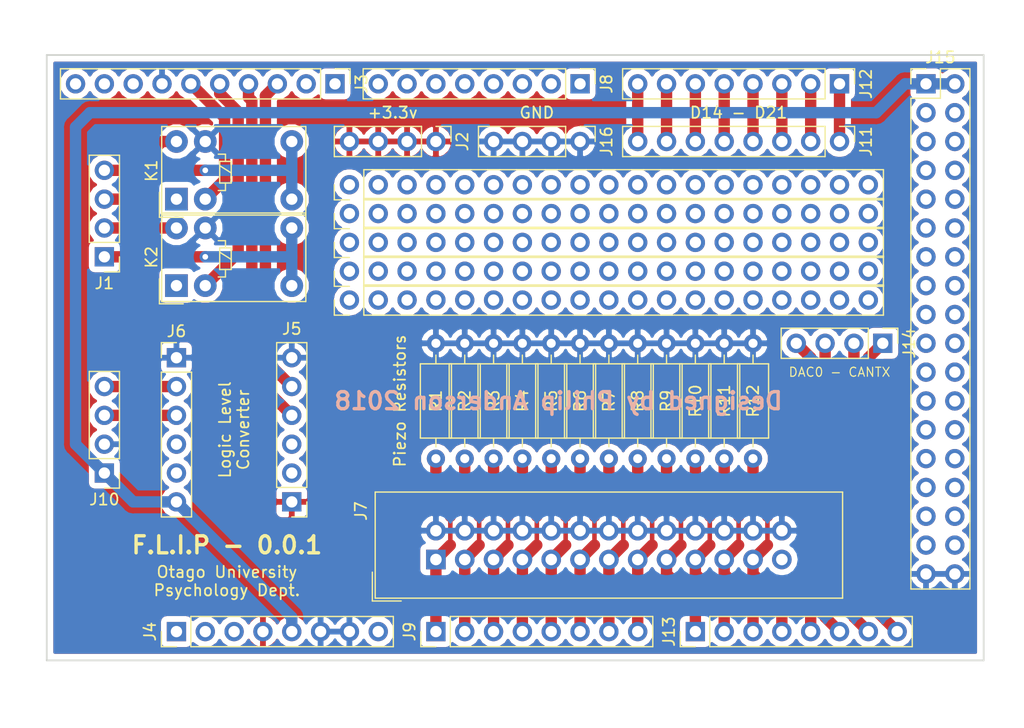
<source format=kicad_pcb>
(kicad_pcb (version 20171130) (host pcbnew 5.0.0-rc2-unknown-f785d27~65~ubuntu18.04.1)
  (layers (0 F.Cu signal) (31 B.Cu signal) (34 B.Paste user) (35 F.Paste user) (36 B.SilkS user) (37 F.SilkS user) (38 B.Mask user) (39 F.Mask user) (44 Edge.Cuts user))
  (net 0 "")
  (net 1 GND)
  (net 2 "Net-(J1-Pad1)")
  (net 3 "Net-(K2-Pad1)")
  (net 4 "Net-(K1-Pad1)")
  (net 5 +5V)
  (net 6 "Net-(J13-Pad5)")
  (net 7 "Net-(J13-Pad6)")
  (net 8 "Net-(J13-Pad7)")
  (net 9 "Net-(J13-Pad8)")
  (net 10 "Net-(J10-Pad4)")
  (net 11 "Net-(J10-Pad3)")
  (net 12 "Net-(J11-Pad1)")
  (net 13 "Net-(J11-Pad2)")
  (net 14 "Net-(J11-Pad3)")
  (net 15 "Net-(J11-Pad4)")
  (net 16 "Net-(J11-Pad5)")
  (net 17 "Net-(J11-Pad6)")
  (net 18 "Net-(J11-Pad7)")
  (net 19 "Net-(J11-Pad8)")
  (net 20 "Net-(J15-Pad3)")
  (net 21 +3V3)
  (net 22 "Net-(J15-Pad8)")
  (net 23 "Net-(J18-Pad5)")
  (net 24 "Net-(J18-Pad4)")
  (net 25 "Net-(J17-Pad2)")
  (net 26 "Net-(J17-Pad3)")
  (net 27 "Net-(J17-Pad4)")
  (net 28 "Net-(J17-Pad5)")
  (net 29 "Net-(J18-Pad3)")
  (net 30 "Net-(J18-Pad2)")
  (net 31 "Net-(J1-Pad3)")
  (net 32 "Net-(J7-Pad13)")
  (net 33 "Net-(J7-Pad11)")
  (net 34 "Net-(J7-Pad9)")
  (net 35 "Net-(J7-Pad7)")
  (net 36 "Net-(J7-Pad5)")
  (net 37 "Net-(J7-Pad3)")
  (net 38 "Net-(J7-Pad1)")
  (net 39 "Net-(J7-Pad15)")
  (net 40 "Net-(J13-Pad4)")
  (net 41 "Net-(J13-Pad3)")
  (net 42 "Net-(J13-Pad2)")
  (net 43 "Net-(J13-Pad1)")
  (net 44 "Net-(J3-Pad6)")
  (net 45 "Net-(J1-Pad4)")
  (net 46 "Net-(J1-Pad2)")
  (net 47 "Net-(J3-Pad5)")
  (net 48 "Net-(J17-Pad1)")
  (net 49 "Net-(J17-Pad6)")
  (net 50 "Net-(J17-Pad7)")
  (net 51 "Net-(J17-Pad8)")
  (net 52 "Net-(J17-Pad9)")
  (net 53 "Net-(J17-Pad10)")
  (net 54 "Net-(J17-Pad11)")
  (net 55 "Net-(J17-Pad12)")
  (net 56 "Net-(J17-Pad13)")
  (net 57 "Net-(J17-Pad14)")
  (net 58 "Net-(J17-Pad15)")
  (net 59 "Net-(J17-Pad16)")
  (net 60 "Net-(J17-Pad17)")
  (net 61 "Net-(J17-Pad18)")
  (net 62 "Net-(J17-Pad19)")
  (net 63 "Net-(J15-Pad34)")
  (net 64 "Net-(J15-Pad33)")
  (net 65 "Net-(J15-Pad32)")
  (net 66 "Net-(J15-Pad31)")
  (net 67 "Net-(J15-Pad30)")
  (net 68 "Net-(J15-Pad29)")
  (net 69 "Net-(J15-Pad28)")
  (net 70 "Net-(J15-Pad27)")
  (net 71 "Net-(J15-Pad26)")
  (net 72 "Net-(J15-Pad25)")
  (net 73 "Net-(J15-Pad24)")
  (net 74 "Net-(J15-Pad23)")
  (net 75 "Net-(J15-Pad22)")
  (net 76 "Net-(J15-Pad21)")
  (net 77 "Net-(J15-Pad20)")
  (net 78 "Net-(J15-Pad19)")
  (net 79 "Net-(J15-Pad18)")
  (net 80 "Net-(J15-Pad17)")
  (net 81 "Net-(J15-Pad16)")
  (net 82 "Net-(J15-Pad15)")
  (net 83 "Net-(J15-Pad14)")
  (net 84 "Net-(J15-Pad13)")
  (net 85 "Net-(J15-Pad12)")
  (net 86 "Net-(J15-Pad11)")
  (net 87 "Net-(J15-Pad10)")
  (net 88 "Net-(J15-Pad9)")
  (net 89 "Net-(J15-Pad7)")
  (net 90 "Net-(J15-Pad6)")
  (net 91 "Net-(J15-Pad5)")
  (net 92 "Net-(J15-Pad4)")
  (net 93 "Net-(J3-Pad1)")
  (net 94 "Net-(J3-Pad2)")
  (net 95 "Net-(J3-Pad3)")
  (net 96 "Net-(J3-Pad4)")
  (net 97 "Net-(J3-Pad8)")
  (net 98 "Net-(J3-Pad9)")
  (net 99 "Net-(J3-Pad10)")
  (net 100 "Net-(J8-Pad8)")
  (net 101 "Net-(J8-Pad7)")
  (net 102 "Net-(J8-Pad6)")
  (net 103 "Net-(J8-Pad5)")
  (net 104 "Net-(J8-Pad4)")
  (net 105 "Net-(J8-Pad3)")
  (net 106 "Net-(J8-Pad2)")
  (net 107 "Net-(J8-Pad1)")
  (net 108 "Net-(J4-Pad8)")
  (net 109 "Net-(J4-Pad3)")
  (net 110 "Net-(J4-Pad2)")
  (net 111 "Net-(J4-Pad1)")
  (net 112 "Net-(J6-Pad4)")
  (net 113 "Net-(J6-Pad5)")
  (net 114 "Net-(J5-Pad3)")
  (net 115 "Net-(J5-Pad2)")
  (net 116 "Net-(J7-Pad25)")
  (net 117 "Net-(J20-Pad1)")
  (net 118 "Net-(J20-Pad2)")
  (net 119 "Net-(J20-Pad3)")
  (net 120 "Net-(J20-Pad4)")
  (net 121 "Net-(J20-Pad5)")
  (net 122 "Net-(J20-Pad6)")
  (net 123 "Net-(J20-Pad7)")
  (net 124 "Net-(J20-Pad8)")
  (net 125 "Net-(J20-Pad9)")
  (net 126 "Net-(J20-Pad10)")
  (net 127 "Net-(J20-Pad11)")
  (net 128 "Net-(J20-Pad12)")
  (net 129 "Net-(J20-Pad13)")
  (net 130 "Net-(J20-Pad14)")
  (net 131 "Net-(J20-Pad15)")
  (net 132 "Net-(J20-Pad16)")
  (net 133 "Net-(J20-Pad17)")
  (net 134 "Net-(J20-Pad18)")
  (net 135 "Net-(J20-Pad19)")
  (net 136 "Net-(J19-Pad19)")
  (net 137 "Net-(J19-Pad18)")
  (net 138 "Net-(J19-Pad17)")
  (net 139 "Net-(J19-Pad16)")
  (net 140 "Net-(J19-Pad15)")
  (net 141 "Net-(J19-Pad14)")
  (net 142 "Net-(J19-Pad13)")
  (net 143 "Net-(J19-Pad12)")
  (net 144 "Net-(J19-Pad11)")
  (net 145 "Net-(J19-Pad10)")
  (net 146 "Net-(J19-Pad9)")
  (net 147 "Net-(J19-Pad8)")
  (net 148 "Net-(J19-Pad7)")
  (net 149 "Net-(J19-Pad6)")
  (net 150 "Net-(J19-Pad5)")
  (net 151 "Net-(J19-Pad4)")
  (net 152 "Net-(J19-Pad3)")
  (net 153 "Net-(J19-Pad2)")
  (net 154 "Net-(J19-Pad1)")
  (net 155 "Net-(J18-Pad19)")
  (net 156 "Net-(J18-Pad18)")
  (net 157 "Net-(J18-Pad17)")
  (net 158 "Net-(J18-Pad16)")
  (net 159 "Net-(J18-Pad15)")
  (net 160 "Net-(J18-Pad14)")
  (net 161 "Net-(J18-Pad13)")
  (net 162 "Net-(J18-Pad12)")
  (net 163 "Net-(J18-Pad11)")
  (net 164 "Net-(J18-Pad10)")
  (net 165 "Net-(J18-Pad9)")
  (net 166 "Net-(J18-Pad8)")
  (net 167 "Net-(J18-Pad7)")
  (net 168 "Net-(J18-Pad6)")
  (net 169 "Net-(J18-Pad1)")
  (net 170 "Net-(J21-Pad1)")
  (net 171 "Net-(J21-Pad2)")
  (net 172 "Net-(J21-Pad3)")
  (net 173 "Net-(J21-Pad4)")
  (net 174 "Net-(J21-Pad5)")
  (net 175 "Net-(J21-Pad6)")
  (net 176 "Net-(J21-Pad7)")
  (net 177 "Net-(J21-Pad8)")
  (net 178 "Net-(J21-Pad9)")
  (net 179 "Net-(J21-Pad10)")
  (net 180 "Net-(J21-Pad11)")
  (net 181 "Net-(J21-Pad12)")
  (net 182 "Net-(J21-Pad13)")
  (net 183 "Net-(J21-Pad14)")
  (net 184 "Net-(J21-Pad15)")
  (net 185 "Net-(J21-Pad16)")
  (net 186 "Net-(J21-Pad17)")
  (net 187 "Net-(J21-Pad18)")
  (net 188 "Net-(J21-Pad19)")
  (module Connector_PinHeader_2.54mm:PinHeader_1x19_P2.54mm_Vertical (layer F.Cu) (at 104.14 45.72 90)
    (fp_text reference J21 hide)
    (fp_text value proto)
    (pad 1 thru_hole oval (at 0 0 90) (size 1.7 1.7) (drill 1) (layers *.Cu *.Mask) (net 170 "Net-(J21-Pad1)"))
    (pad 2 thru_hole oval (at 0 2.54 90) (size 1.7 1.7) (drill 1) (layers *.Cu *.Mask) (net 171 "Net-(J21-Pad2)"))
    (pad 3 thru_hole oval (at 0 5.08 90) (size 1.7 1.7) (drill 1) (layers *.Cu *.Mask) (net 172 "Net-(J21-Pad3)"))
    (pad 4 thru_hole oval (at 0 7.62 90) (size 1.7 1.7) (drill 1) (layers *.Cu *.Mask) (net 173 "Net-(J21-Pad4)"))
    (pad 5 thru_hole oval (at 0 10.16 90) (size 1.7 1.7) (drill 1) (layers *.Cu *.Mask) (net 174 "Net-(J21-Pad5)"))
    (pad 6 thru_hole oval (at 0 12.7 90) (size 1.7 1.7) (drill 1) (layers *.Cu *.Mask) (net 175 "Net-(J21-Pad6)"))
    (pad 7 thru_hole oval (at 0 15.24 90) (size 1.7 1.7) (drill 1) (layers *.Cu *.Mask) (net 176 "Net-(J21-Pad7)"))
    (pad 8 thru_hole oval (at 0 17.78 90) (size 1.7 1.7) (drill 1) (layers *.Cu *.Mask) (net 177 "Net-(J21-Pad8)"))
    (pad 9 thru_hole oval (at 0 20.32 90) (size 1.7 1.7) (drill 1) (layers *.Cu *.Mask) (net 178 "Net-(J21-Pad9)"))
    (pad 10 thru_hole oval (at 0 22.86 90) (size 1.7 1.7) (drill 1) (layers *.Cu *.Mask) (net 179 "Net-(J21-Pad10)"))
    (pad 11 thru_hole oval (at 0 25.4 90) (size 1.7 1.7) (drill 1) (layers *.Cu *.Mask) (net 180 "Net-(J21-Pad11)"))
    (pad 12 thru_hole oval (at 0 27.94 90) (size 1.7 1.7) (drill 1) (layers *.Cu *.Mask) (net 181 "Net-(J21-Pad12)"))
    (pad 13 thru_hole oval (at 0 30.48 90) (size 1.7 1.7) (drill 1) (layers *.Cu *.Mask) (net 182 "Net-(J21-Pad13)"))
    (pad 14 thru_hole oval (at 0 33.02 90) (size 1.7 1.7) (drill 1) (layers *.Cu *.Mask) (net 183 "Net-(J21-Pad14)"))
    (pad 15 thru_hole oval (at 0 35.56 90) (size 1.7 1.7) (drill 1) (layers *.Cu *.Mask) (net 184 "Net-(J21-Pad15)"))
    (pad 16 thru_hole oval (at 0 38.1 90) (size 1.7 1.7) (drill 1) (layers *.Cu *.Mask) (net 185 "Net-(J21-Pad16)"))
    (pad 17 thru_hole oval (at 0 40.64 90) (size 1.7 1.7) (drill 1) (layers *.Cu *.Mask) (net 186 "Net-(J21-Pad17)"))
    (pad 18 thru_hole oval (at 0 43.18 90) (size 1.7 1.7) (drill 1) (layers *.Cu *.Mask) (net 187 "Net-(J21-Pad18)"))
    (pad 19 thru_hole oval (at 0 45.72 90) (size 1.7 1.7) (drill 1) (layers *.Cu *.Mask) (net 188 "Net-(J21-Pad19)"))
  )
  (module Connector_PinHeader_2.54mm:PinHeader_1x19_P2.54mm_Vertical (layer F.Cu) (at 104.14 48.26 90)
    (fp_text reference J18 hide)
    (fp_text value proto)
    (pad 19 thru_hole oval (at 0 45.72 90) (size 1.7 1.7) (drill 1) (layers *.Cu *.Mask) (net 155 "Net-(J18-Pad19)"))
    (pad 18 thru_hole oval (at 0 43.18 90) (size 1.7 1.7) (drill 1) (layers *.Cu *.Mask) (net 156 "Net-(J18-Pad18)"))
    (pad 17 thru_hole oval (at 0 40.64 90) (size 1.7 1.7) (drill 1) (layers *.Cu *.Mask) (net 157 "Net-(J18-Pad17)"))
    (pad 16 thru_hole oval (at 0 38.1 90) (size 1.7 1.7) (drill 1) (layers *.Cu *.Mask) (net 158 "Net-(J18-Pad16)"))
    (pad 15 thru_hole oval (at 0 35.56 90) (size 1.7 1.7) (drill 1) (layers *.Cu *.Mask) (net 159 "Net-(J18-Pad15)"))
    (pad 14 thru_hole oval (at 0 33.02 90) (size 1.7 1.7) (drill 1) (layers *.Cu *.Mask) (net 160 "Net-(J18-Pad14)"))
    (pad 13 thru_hole oval (at 0 30.48 90) (size 1.7 1.7) (drill 1) (layers *.Cu *.Mask) (net 161 "Net-(J18-Pad13)"))
    (pad 12 thru_hole oval (at 0 27.94 90) (size 1.7 1.7) (drill 1) (layers *.Cu *.Mask) (net 162 "Net-(J18-Pad12)"))
    (pad 11 thru_hole oval (at 0 25.4 90) (size 1.7 1.7) (drill 1) (layers *.Cu *.Mask) (net 163 "Net-(J18-Pad11)"))
    (pad 10 thru_hole oval (at 0 22.86 90) (size 1.7 1.7) (drill 1) (layers *.Cu *.Mask) (net 164 "Net-(J18-Pad10)"))
    (pad 9 thru_hole oval (at 0 20.32 90) (size 1.7 1.7) (drill 1) (layers *.Cu *.Mask) (net 165 "Net-(J18-Pad9)"))
    (pad 8 thru_hole oval (at 0 17.78 90) (size 1.7 1.7) (drill 1) (layers *.Cu *.Mask) (net 166 "Net-(J18-Pad8)"))
    (pad 7 thru_hole oval (at 0 15.24 90) (size 1.7 1.7) (drill 1) (layers *.Cu *.Mask) (net 167 "Net-(J18-Pad7)"))
    (pad 6 thru_hole oval (at 0 12.7 90) (size 1.7 1.7) (drill 1) (layers *.Cu *.Mask) (net 168 "Net-(J18-Pad6)"))
    (pad 5 thru_hole oval (at 0 10.16 90) (size 1.7 1.7) (drill 1) (layers *.Cu *.Mask) (net 23 "Net-(J18-Pad5)"))
    (pad 4 thru_hole oval (at 0 7.62 90) (size 1.7 1.7) (drill 1) (layers *.Cu *.Mask) (net 24 "Net-(J18-Pad4)"))
    (pad 3 thru_hole oval (at 0 5.08 90) (size 1.7 1.7) (drill 1) (layers *.Cu *.Mask) (net 29 "Net-(J18-Pad3)"))
    (pad 2 thru_hole oval (at 0 2.54 90) (size 1.7 1.7) (drill 1) (layers *.Cu *.Mask) (net 30 "Net-(J18-Pad2)"))
    (pad 1 thru_hole oval (at 0 0 90) (size 1.7 1.7) (drill 1) (layers *.Cu *.Mask) (net 169 "Net-(J18-Pad1)"))
  )
  (module Connector_PinHeader_2.54mm:PinHeader_1x19_P2.54mm_Vertical (layer F.Cu) (at 104.14 50.8 90)
    (fp_text reference J17 hide)
    (fp_text value proto)
    (pad 1 thru_hole oval (at 0 0 90) (size 1.7 1.7) (drill 1) (layers *.Cu *.Mask) (net 48 "Net-(J17-Pad1)"))
    (pad 2 thru_hole oval (at 0 2.54 90) (size 1.7 1.7) (drill 1) (layers *.Cu *.Mask) (net 25 "Net-(J17-Pad2)"))
    (pad 3 thru_hole oval (at 0 5.08 90) (size 1.7 1.7) (drill 1) (layers *.Cu *.Mask) (net 26 "Net-(J17-Pad3)"))
    (pad 4 thru_hole oval (at 0 7.62 90) (size 1.7 1.7) (drill 1) (layers *.Cu *.Mask) (net 27 "Net-(J17-Pad4)"))
    (pad 5 thru_hole oval (at 0 10.16 90) (size 1.7 1.7) (drill 1) (layers *.Cu *.Mask) (net 28 "Net-(J17-Pad5)"))
    (pad 6 thru_hole oval (at 0 12.7 90) (size 1.7 1.7) (drill 1) (layers *.Cu *.Mask) (net 49 "Net-(J17-Pad6)"))
    (pad 7 thru_hole oval (at 0 15.24 90) (size 1.7 1.7) (drill 1) (layers *.Cu *.Mask) (net 50 "Net-(J17-Pad7)"))
    (pad 8 thru_hole oval (at 0 17.78 90) (size 1.7 1.7) (drill 1) (layers *.Cu *.Mask) (net 51 "Net-(J17-Pad8)"))
    (pad 9 thru_hole oval (at 0 20.32 90) (size 1.7 1.7) (drill 1) (layers *.Cu *.Mask) (net 52 "Net-(J17-Pad9)"))
    (pad 10 thru_hole oval (at 0 22.86 90) (size 1.7 1.7) (drill 1) (layers *.Cu *.Mask) (net 53 "Net-(J17-Pad10)"))
    (pad 11 thru_hole oval (at 0 25.4 90) (size 1.7 1.7) (drill 1) (layers *.Cu *.Mask) (net 54 "Net-(J17-Pad11)"))
    (pad 12 thru_hole oval (at 0 27.94 90) (size 1.7 1.7) (drill 1) (layers *.Cu *.Mask) (net 55 "Net-(J17-Pad12)"))
    (pad 13 thru_hole oval (at 0 30.48 90) (size 1.7 1.7) (drill 1) (layers *.Cu *.Mask) (net 56 "Net-(J17-Pad13)"))
    (pad 14 thru_hole oval (at 0 33.02 90) (size 1.7 1.7) (drill 1) (layers *.Cu *.Mask) (net 57 "Net-(J17-Pad14)"))
    (pad 15 thru_hole oval (at 0 35.56 90) (size 1.7 1.7) (drill 1) (layers *.Cu *.Mask) (net 58 "Net-(J17-Pad15)"))
    (pad 16 thru_hole oval (at 0 38.1 90) (size 1.7 1.7) (drill 1) (layers *.Cu *.Mask) (net 59 "Net-(J17-Pad16)"))
    (pad 17 thru_hole oval (at 0 40.64 90) (size 1.7 1.7) (drill 1) (layers *.Cu *.Mask) (net 60 "Net-(J17-Pad17)"))
    (pad 18 thru_hole oval (at 0 43.18 90) (size 1.7 1.7) (drill 1) (layers *.Cu *.Mask) (net 61 "Net-(J17-Pad18)"))
    (pad 19 thru_hole oval (at 0 45.72 90) (size 1.7 1.7) (drill 1) (layers *.Cu *.Mask) (net 62 "Net-(J17-Pad19)"))
  )
  (module Connector_PinHeader_2.54mm:PinHeader_1x19_P2.54mm_Vertical (layer F.Cu) (at 104.14 53.34 90)
    (fp_text reference J19 hide)
    (fp_text value proto)
    (pad 19 thru_hole oval (at 0 45.72 90) (size 1.7 1.7) (drill 1) (layers *.Cu *.Mask) (net 136 "Net-(J19-Pad19)"))
    (pad 18 thru_hole oval (at 0 43.18 90) (size 1.7 1.7) (drill 1) (layers *.Cu *.Mask) (net 137 "Net-(J19-Pad18)"))
    (pad 17 thru_hole oval (at 0 40.64 90) (size 1.7 1.7) (drill 1) (layers *.Cu *.Mask) (net 138 "Net-(J19-Pad17)"))
    (pad 16 thru_hole oval (at 0 38.1 90) (size 1.7 1.7) (drill 1) (layers *.Cu *.Mask) (net 139 "Net-(J19-Pad16)"))
    (pad 15 thru_hole oval (at 0 35.56 90) (size 1.7 1.7) (drill 1) (layers *.Cu *.Mask) (net 140 "Net-(J19-Pad15)"))
    (pad 14 thru_hole oval (at 0 33.02 90) (size 1.7 1.7) (drill 1) (layers *.Cu *.Mask) (net 141 "Net-(J19-Pad14)"))
    (pad 13 thru_hole oval (at 0 30.48 90) (size 1.7 1.7) (drill 1) (layers *.Cu *.Mask) (net 142 "Net-(J19-Pad13)"))
    (pad 12 thru_hole oval (at 0 27.94 90) (size 1.7 1.7) (drill 1) (layers *.Cu *.Mask) (net 143 "Net-(J19-Pad12)"))
    (pad 11 thru_hole oval (at 0 25.4 90) (size 1.7 1.7) (drill 1) (layers *.Cu *.Mask) (net 144 "Net-(J19-Pad11)"))
    (pad 10 thru_hole oval (at 0 22.86 90) (size 1.7 1.7) (drill 1) (layers *.Cu *.Mask) (net 145 "Net-(J19-Pad10)"))
    (pad 9 thru_hole oval (at 0 20.32 90) (size 1.7 1.7) (drill 1) (layers *.Cu *.Mask) (net 146 "Net-(J19-Pad9)"))
    (pad 8 thru_hole oval (at 0 17.78 90) (size 1.7 1.7) (drill 1) (layers *.Cu *.Mask) (net 147 "Net-(J19-Pad8)"))
    (pad 7 thru_hole oval (at 0 15.24 90) (size 1.7 1.7) (drill 1) (layers *.Cu *.Mask) (net 148 "Net-(J19-Pad7)"))
    (pad 6 thru_hole oval (at 0 12.7 90) (size 1.7 1.7) (drill 1) (layers *.Cu *.Mask) (net 149 "Net-(J19-Pad6)"))
    (pad 5 thru_hole oval (at 0 10.16 90) (size 1.7 1.7) (drill 1) (layers *.Cu *.Mask) (net 150 "Net-(J19-Pad5)"))
    (pad 4 thru_hole oval (at 0 7.62 90) (size 1.7 1.7) (drill 1) (layers *.Cu *.Mask) (net 151 "Net-(J19-Pad4)"))
    (pad 3 thru_hole oval (at 0 5.08 90) (size 1.7 1.7) (drill 1) (layers *.Cu *.Mask) (net 152 "Net-(J19-Pad3)"))
    (pad 2 thru_hole oval (at 0 2.54 90) (size 1.7 1.7) (drill 1) (layers *.Cu *.Mask) (net 153 "Net-(J19-Pad2)"))
    (pad 1 thru_hole oval (at 0 0 90) (size 1.7 1.7) (drill 1) (layers *.Cu *.Mask) (net 154 "Net-(J19-Pad1)"))
  )
  (module Connector_PinHeader_2.54mm:PinHeader_1x19_P2.54mm_Vertical (layer F.Cu) (at 104.14 55.88 90)
    (fp_text reference J20 hide)
    (fp_text value proto)
    (pad 1 thru_hole oval (at 0 0 90) (size 1.7 1.7) (drill 1) (layers *.Cu *.Mask) (net 117 "Net-(J20-Pad1)"))
    (pad 2 thru_hole oval (at 0 2.54 90) (size 1.7 1.7) (drill 1) (layers *.Cu *.Mask) (net 118 "Net-(J20-Pad2)"))
    (pad 3 thru_hole oval (at 0 5.08 90) (size 1.7 1.7) (drill 1) (layers *.Cu *.Mask) (net 119 "Net-(J20-Pad3)"))
    (pad 4 thru_hole oval (at 0 7.62 90) (size 1.7 1.7) (drill 1) (layers *.Cu *.Mask) (net 120 "Net-(J20-Pad4)"))
    (pad 5 thru_hole oval (at 0 10.16 90) (size 1.7 1.7) (drill 1) (layers *.Cu *.Mask) (net 121 "Net-(J20-Pad5)"))
    (pad 6 thru_hole oval (at 0 12.7 90) (size 1.7 1.7) (drill 1) (layers *.Cu *.Mask) (net 122 "Net-(J20-Pad6)"))
    (pad 7 thru_hole oval (at 0 15.24 90) (size 1.7 1.7) (drill 1) (layers *.Cu *.Mask) (net 123 "Net-(J20-Pad7)"))
    (pad 8 thru_hole oval (at 0 17.78 90) (size 1.7 1.7) (drill 1) (layers *.Cu *.Mask) (net 124 "Net-(J20-Pad8)"))
    (pad 9 thru_hole oval (at 0 20.32 90) (size 1.7 1.7) (drill 1) (layers *.Cu *.Mask) (net 125 "Net-(J20-Pad9)"))
    (pad 10 thru_hole oval (at 0 22.86 90) (size 1.7 1.7) (drill 1) (layers *.Cu *.Mask) (net 126 "Net-(J20-Pad10)"))
    (pad 11 thru_hole oval (at 0 25.4 90) (size 1.7 1.7) (drill 1) (layers *.Cu *.Mask) (net 127 "Net-(J20-Pad11)"))
    (pad 12 thru_hole oval (at 0 27.94 90) (size 1.7 1.7) (drill 1) (layers *.Cu *.Mask) (net 128 "Net-(J20-Pad12)"))
    (pad 13 thru_hole oval (at 0 30.48 90) (size 1.7 1.7) (drill 1) (layers *.Cu *.Mask) (net 129 "Net-(J20-Pad13)"))
    (pad 14 thru_hole oval (at 0 33.02 90) (size 1.7 1.7) (drill 1) (layers *.Cu *.Mask) (net 130 "Net-(J20-Pad14)"))
    (pad 15 thru_hole oval (at 0 35.56 90) (size 1.7 1.7) (drill 1) (layers *.Cu *.Mask) (net 131 "Net-(J20-Pad15)"))
    (pad 16 thru_hole oval (at 0 38.1 90) (size 1.7 1.7) (drill 1) (layers *.Cu *.Mask) (net 132 "Net-(J20-Pad16)"))
    (pad 17 thru_hole oval (at 0 40.64 90) (size 1.7 1.7) (drill 1) (layers *.Cu *.Mask) (net 133 "Net-(J20-Pad17)"))
    (pad 18 thru_hole oval (at 0 43.18 90) (size 1.7 1.7) (drill 1) (layers *.Cu *.Mask) (net 134 "Net-(J20-Pad18)"))
    (pad 19 thru_hole oval (at 0 45.72 90) (size 1.7 1.7) (drill 1) (layers *.Cu *.Mask) (net 135 "Net-(J20-Pad19)"))
  )
  (module Connector_IDC:IDC-Header_2x13_P2.54mm_Vertical (layer F.Cu) (at 111.76 78.74 90)
    (fp_text reference J7 (at 4.27 -6.604 90) (layer F.SilkS))
    (fp_text value connector_piezos)
    (pad 1 thru_hole rect (at 0 0 90) (size 1.7272 1.7272) (drill 1.016) (layers *.Cu *.Mask) (net 38 "Net-(J7-Pad1)"))
    (pad 2 thru_hole oval (at 2.54 0 90) (size 1.7272 1.7272) (drill 1.016) (layers *.Cu *.Mask) (net 1 GND))
    (pad 3 thru_hole oval (at 0 2.54 90) (size 1.7272 1.7272) (drill 1.016) (layers *.Cu *.Mask) (net 37 "Net-(J7-Pad3)"))
    (pad 4 thru_hole oval (at 2.54 2.54 90) (size 1.7272 1.7272) (drill 1.016) (layers *.Cu *.Mask) (net 1 GND))
    (pad 5 thru_hole oval (at 0 5.08 90) (size 1.7272 1.7272) (drill 1.016) (layers *.Cu *.Mask) (net 36 "Net-(J7-Pad5)"))
    (pad 6 thru_hole oval (at 2.54 5.08 90) (size 1.7272 1.7272) (drill 1.016) (layers *.Cu *.Mask) (net 1 GND))
    (pad 7 thru_hole oval (at 0 7.62 90) (size 1.7272 1.7272) (drill 1.016) (layers *.Cu *.Mask) (net 35 "Net-(J7-Pad7)"))
    (pad 8 thru_hole oval (at 2.54 7.62 90) (size 1.7272 1.7272) (drill 1.016) (layers *.Cu *.Mask) (net 1 GND))
    (pad 9 thru_hole oval (at 0 10.16 90) (size 1.7272 1.7272) (drill 1.016) (layers *.Cu *.Mask) (net 34 "Net-(J7-Pad9)"))
    (pad 10 thru_hole oval (at 2.54 10.16 90) (size 1.7272 1.7272) (drill 1.016) (layers *.Cu *.Mask) (net 1 GND))
    (pad 11 thru_hole oval (at 0 12.7 90) (size 1.7272 1.7272) (drill 1.016) (layers *.Cu *.Mask) (net 33 "Net-(J7-Pad11)"))
    (pad 12 thru_hole oval (at 2.54 12.7 90) (size 1.7272 1.7272) (drill 1.016) (layers *.Cu *.Mask) (net 1 GND))
    (pad 13 thru_hole oval (at 0 15.24 90) (size 1.7272 1.7272) (drill 1.016) (layers *.Cu *.Mask) (net 32 "Net-(J7-Pad13)"))
    (pad 14 thru_hole oval (at 2.54 15.24 90) (size 1.7272 1.7272) (drill 1.016) (layers *.Cu *.Mask) (net 1 GND))
    (pad 15 thru_hole oval (at 0 17.78 90) (size 1.7272 1.7272) (drill 1.016) (layers *.Cu *.Mask) (net 39 "Net-(J7-Pad15)"))
    (pad 16 thru_hole oval (at 2.54 17.78 90) (size 1.7272 1.7272) (drill 1.016) (layers *.Cu *.Mask) (net 1 GND))
    (pad 17 thru_hole oval (at 0 20.32 90) (size 1.7272 1.7272) (drill 1.016) (layers *.Cu *.Mask) (net 43 "Net-(J13-Pad1)"))
    (pad 18 thru_hole oval (at 2.54 20.32 90) (size 1.7272 1.7272) (drill 1.016) (layers *.Cu *.Mask) (net 1 GND))
    (pad 19 thru_hole oval (at 0 22.86 90) (size 1.7272 1.7272) (drill 1.016) (layers *.Cu *.Mask) (net 42 "Net-(J13-Pad2)"))
    (pad 20 thru_hole oval (at 2.54 22.86 90) (size 1.7272 1.7272) (drill 1.016) (layers *.Cu *.Mask) (net 1 GND))
    (pad 21 thru_hole oval (at 0 25.4 90) (size 1.7272 1.7272) (drill 1.016) (layers *.Cu *.Mask) (net 41 "Net-(J13-Pad3)"))
    (pad 22 thru_hole oval (at 2.54 25.4 90) (size 1.7272 1.7272) (drill 1.016) (layers *.Cu *.Mask) (net 1 GND))
    (pad 23 thru_hole oval (at 0 27.94 90) (size 1.7272 1.7272) (drill 1.016) (layers *.Cu *.Mask) (net 40 "Net-(J13-Pad4)"))
    (pad 24 thru_hole oval (at 2.54 27.94 90) (size 1.7272 1.7272) (drill 1.016) (layers *.Cu *.Mask) (net 1 GND))
    (pad 25 thru_hole oval (at 0 30.48 90) (size 1.7272 1.7272) (drill 1.016) (layers *.Cu *.Mask) (net 116 "Net-(J7-Pad25)"))
    (pad 26 thru_hole oval (at 2.54 30.48 90) (size 1.7272 1.7272) (drill 1.016) (layers *.Cu *.Mask) (net 1 GND))
  )
  (module Connector_PinHeader_2.54mm:PinHeader_1x04_P2.54mm_Vertical (layer F.Cu) (at 111.76 41.91 270)
    (fp_text reference J2 (at 0 -2.33 270) (layer F.SilkS))
    (fp_text value connector_vcc_proto)
    (pad 4 thru_hole oval (at 0 7.62 270) (size 1.7 1.7) (drill 1) (layers *.Cu *.Mask) (net 21 +3V3))
    (pad 3 thru_hole oval (at 0 5.08 270) (size 1.7 1.7) (drill 1) (layers *.Cu *.Mask) (net 21 +3V3))
    (pad 2 thru_hole oval (at 0 2.54 270) (size 1.7 1.7) (drill 1) (layers *.Cu *.Mask) (net 21 +3V3))
    (pad 1 thru_hole oval (at 0 0 270) (size 1.7 1.7) (drill 1) (layers *.Cu *.Mask) (net 21 +3V3))
  )
  (module Connector_PinHeader_2.54mm:PinHeader_1x04_P2.54mm_Vertical (layer F.Cu) (at 82.55 71.12 180)
    (fp_text reference J10 (at 0 -2.33 180) (layer F.SilkS))
    (fp_text value connector_rfid_serial)
    (pad 1 thru_hole rect (at 0 0 180) (size 1.7 1.7) (drill 1) (layers *.Cu *.Mask) (net 5 +5V))
    (pad 2 thru_hole oval (at 0 2.54 180) (size 1.7 1.7) (drill 1) (layers *.Cu *.Mask) (net 1 GND))
    (pad 3 thru_hole oval (at 0 5.08 180) (size 1.7 1.7) (drill 1) (layers *.Cu *.Mask) (net 11 "Net-(J10-Pad3)"))
    (pad 4 thru_hole oval (at 0 7.62 180) (size 1.7 1.7) (drill 1) (layers *.Cu *.Mask) (net 10 "Net-(J10-Pad4)"))
  )
  (module Connector_PinHeader_2.54mm:PinHeader_1x04_P2.54mm_Vertical (layer F.Cu) (at 151.13 59.69 270)
    (fp_text reference J14 (at 0 -2.33 270) (layer F.SilkS))
    (fp_text value connector_analog_proto)
    (pad 4 thru_hole oval (at 0 7.62 270) (size 1.7 1.7) (drill 1) (layers *.Cu *.Mask) (net 6 "Net-(J13-Pad5)"))
    (pad 3 thru_hole oval (at 0 5.08 270) (size 1.7 1.7) (drill 1) (layers *.Cu *.Mask) (net 7 "Net-(J13-Pad6)"))
    (pad 2 thru_hole oval (at 0 2.54 270) (size 1.7 1.7) (drill 1) (layers *.Cu *.Mask) (net 8 "Net-(J13-Pad7)"))
    (pad 1 thru_hole rect (at 0 0 270) (size 1.7 1.7) (drill 1) (layers *.Cu *.Mask) (net 9 "Net-(J13-Pad8)"))
  )
  (module Connector_PinHeader_2.54mm:PinHeader_1x04_P2.54mm_Vertical (layer F.Cu) (at 82.55 52.07 180)
    (fp_text reference J1 (at 0 -2.33 180) (layer F.SilkS))
    (fp_text value connector_relay_buttons)
    (pad 1 thru_hole rect (at 0 0 180) (size 1.7 1.7) (drill 1) (layers *.Cu *.Mask) (net 2 "Net-(J1-Pad1)"))
    (pad 2 thru_hole oval (at 0 2.54 180) (size 1.7 1.7) (drill 1) (layers *.Cu *.Mask) (net 46 "Net-(J1-Pad2)"))
    (pad 3 thru_hole oval (at 0 5.08 180) (size 1.7 1.7) (drill 1) (layers *.Cu *.Mask) (net 31 "Net-(J1-Pad3)"))
    (pad 4 thru_hole oval (at 0 7.62 180) (size 1.7 1.7) (drill 1) (layers *.Cu *.Mask) (net 45 "Net-(J1-Pad4)"))
  )
  (module Connector_PinHeader_2.54mm:PinHeader_1x06_P2.54mm_Vertical (layer F.Cu) (at 99.06 73.66 180)
    (fp_text reference J5 (at 0 15.24 180) (layer F.SilkS))
    (fp_text value connector_level_converter_3v)
    (pad 6 thru_hole oval (at 0 12.7 180) (size 1.7 1.7) (drill 1) (layers *.Cu *.Mask) (net 1 GND))
    (pad 5 thru_hole oval (at 0 10.16 180) (size 1.7 1.7) (drill 1) (layers *.Cu *.Mask) (net 95 "Net-(J3-Pad3)"))
    (pad 4 thru_hole oval (at 0 7.62 180) (size 1.7 1.7) (drill 1) (layers *.Cu *.Mask) (net 96 "Net-(J3-Pad4)"))
    (pad 3 thru_hole oval (at 0 5.08 180) (size 1.7 1.7) (drill 1) (layers *.Cu *.Mask) (net 114 "Net-(J5-Pad3)"))
    (pad 2 thru_hole oval (at 0 2.54 180) (size 1.7 1.7) (drill 1) (layers *.Cu *.Mask) (net 115 "Net-(J5-Pad2)"))
    (pad 1 thru_hole rect (at 0 0 180) (size 1.7 1.7) (drill 1) (layers *.Cu *.Mask) (net 21 +3V3))
  )
  (module Connector_PinHeader_2.54mm:PinHeader_1x06_P2.54mm_Vertical (layer F.Cu) (at 88.9 60.96)
    (fp_text reference J6 (at 0 -2.33) (layer F.SilkS))
    (fp_text value connector_level_converter_5v)
    (pad 1 thru_hole rect (at 0 0) (size 1.7 1.7) (drill 1) (layers *.Cu *.Mask) (net 1 GND))
    (pad 2 thru_hole oval (at 0 2.54) (size 1.7 1.7) (drill 1) (layers *.Cu *.Mask) (net 10 "Net-(J10-Pad4)"))
    (pad 3 thru_hole oval (at 0 5.08) (size 1.7 1.7) (drill 1) (layers *.Cu *.Mask) (net 11 "Net-(J10-Pad3)"))
    (pad 4 thru_hole oval (at 0 7.62) (size 1.7 1.7) (drill 1) (layers *.Cu *.Mask) (net 112 "Net-(J6-Pad4)"))
    (pad 5 thru_hole oval (at 0 10.16) (size 1.7 1.7) (drill 1) (layers *.Cu *.Mask) (net 113 "Net-(J6-Pad5)"))
    (pad 6 thru_hole oval (at 0 12.7) (size 1.7 1.7) (drill 1) (layers *.Cu *.Mask) (net 5 +5V))
  )
  (module Connector_PinHeader_2.54mm:PinHeader_1x08_P2.54mm_Vertical (layer F.Cu) (at 88.9 85.09 90)
    (fp_text reference J4 (at 0 -2.33 90) (layer F.SilkS))
    (fp_text value connector_power_lines)
    (pad 8 thru_hole oval (at 0 17.78 90) (size 1.7 1.7) (drill 1) (layers *.Cu *.Mask) (net 108 "Net-(J4-Pad8)"))
    (pad 7 thru_hole oval (at 0 15.24 90) (size 1.7 1.7) (drill 1) (layers *.Cu *.Mask) (net 1 GND))
    (pad 6 thru_hole oval (at 0 12.7 90) (size 1.7 1.7) (drill 1) (layers *.Cu *.Mask) (net 1 GND))
    (pad 5 thru_hole oval (at 0 10.16 90) (size 1.7 1.7) (drill 1) (layers *.Cu *.Mask) (net 5 +5V))
    (pad 4 thru_hole oval (at 0 7.62 90) (size 1.7 1.7) (drill 1) (layers *.Cu *.Mask) (net 21 +3V3))
    (pad 3 thru_hole oval (at 0 5.08 90) (size 1.7 1.7) (drill 1) (layers *.Cu *.Mask) (net 109 "Net-(J4-Pad3)"))
    (pad 2 thru_hole oval (at 0 2.54 90) (size 1.7 1.7) (drill 1) (layers *.Cu *.Mask) (net 110 "Net-(J4-Pad2)"))
    (pad 1 thru_hole rect (at 0 0 90) (size 1.7 1.7) (drill 1) (layers *.Cu *.Mask) (net 111 "Net-(J4-Pad1)"))
  )
  (module Connector_PinHeader_2.54mm:PinHeader_1x08_P2.54mm_Vertical (layer F.Cu) (at 147.32 36.83 270)
    (fp_text reference J12 (at 0 -2.33 270) (layer F.SilkS))
    (fp_text value connector_d14_d21)
    (pad 1 thru_hole rect (at 0 0 270) (size 1.7 1.7) (drill 1) (layers *.Cu *.Mask) (net 12 "Net-(J11-Pad1)"))
    (pad 2 thru_hole oval (at 0 2.54 270) (size 1.7 1.7) (drill 1) (layers *.Cu *.Mask) (net 13 "Net-(J11-Pad2)"))
    (pad 3 thru_hole oval (at 0 5.08 270) (size 1.7 1.7) (drill 1) (layers *.Cu *.Mask) (net 14 "Net-(J11-Pad3)"))
    (pad 4 thru_hole oval (at 0 7.62 270) (size 1.7 1.7) (drill 1) (layers *.Cu *.Mask) (net 15 "Net-(J11-Pad4)"))
    (pad 5 thru_hole oval (at 0 10.16 270) (size 1.7 1.7) (drill 1) (layers *.Cu *.Mask) (net 16 "Net-(J11-Pad5)"))
    (pad 6 thru_hole oval (at 0 12.7 270) (size 1.7 1.7) (drill 1) (layers *.Cu *.Mask) (net 17 "Net-(J11-Pad6)"))
    (pad 7 thru_hole oval (at 0 15.24 270) (size 1.7 1.7) (drill 1) (layers *.Cu *.Mask) (net 18 "Net-(J11-Pad7)"))
    (pad 8 thru_hole oval (at 0 17.78 270) (size 1.7 1.7) (drill 1) (layers *.Cu *.Mask) (net 19 "Net-(J11-Pad8)"))
  )
  (module Connector_PinHeader_2.54mm:PinHeader_1x08_P2.54mm_Vertical (layer F.Cu) (at 124.46 36.83 270)
    (fp_text reference J8 (at 0 -2.33 270) (layer F.SilkS))
    (fp_text value connector_d0_d7)
    (pad 8 thru_hole oval (at 0 17.78 270) (size 1.7 1.7) (drill 1) (layers *.Cu *.Mask) (net 100 "Net-(J8-Pad8)"))
    (pad 7 thru_hole oval (at 0 15.24 270) (size 1.7 1.7) (drill 1) (layers *.Cu *.Mask) (net 101 "Net-(J8-Pad7)"))
    (pad 6 thru_hole oval (at 0 12.7 270) (size 1.7 1.7) (drill 1) (layers *.Cu *.Mask) (net 102 "Net-(J8-Pad6)"))
    (pad 5 thru_hole oval (at 0 10.16 270) (size 1.7 1.7) (drill 1) (layers *.Cu *.Mask) (net 103 "Net-(J8-Pad5)"))
    (pad 4 thru_hole oval (at 0 7.62 270) (size 1.7 1.7) (drill 1) (layers *.Cu *.Mask) (net 104 "Net-(J8-Pad4)"))
    (pad 3 thru_hole oval (at 0 5.08 270) (size 1.7 1.7) (drill 1) (layers *.Cu *.Mask) (net 105 "Net-(J8-Pad3)"))
    (pad 2 thru_hole oval (at 0 2.54 270) (size 1.7 1.7) (drill 1) (layers *.Cu *.Mask) (net 106 "Net-(J8-Pad2)"))
    (pad 1 thru_hole rect (at 0 0 270) (size 1.7 1.7) (drill 1) (layers *.Cu *.Mask) (net 107 "Net-(J8-Pad1)"))
  )
  (module Connector_PinHeader_2.54mm:PinHeader_1x08_P2.54mm_Vertical (layer F.Cu) (at 111.76 85.09 90)
    (fp_text reference J9 (at 0 -2.33 90) (layer F.SilkS))
    (fp_text value connector_a0_a7)
    (pad 1 thru_hole rect (at 0 0 90) (size 1.7 1.7) (drill 1) (layers *.Cu *.Mask) (net 38 "Net-(J7-Pad1)"))
    (pad 2 thru_hole oval (at 0 2.54 90) (size 1.7 1.7) (drill 1) (layers *.Cu *.Mask) (net 37 "Net-(J7-Pad3)"))
    (pad 3 thru_hole oval (at 0 5.08 90) (size 1.7 1.7) (drill 1) (layers *.Cu *.Mask) (net 36 "Net-(J7-Pad5)"))
    (pad 4 thru_hole oval (at 0 7.62 90) (size 1.7 1.7) (drill 1) (layers *.Cu *.Mask) (net 35 "Net-(J7-Pad7)"))
    (pad 5 thru_hole oval (at 0 10.16 90) (size 1.7 1.7) (drill 1) (layers *.Cu *.Mask) (net 34 "Net-(J7-Pad9)"))
    (pad 6 thru_hole oval (at 0 12.7 90) (size 1.7 1.7) (drill 1) (layers *.Cu *.Mask) (net 33 "Net-(J7-Pad11)"))
    (pad 7 thru_hole oval (at 0 15.24 90) (size 1.7 1.7) (drill 1) (layers *.Cu *.Mask) (net 32 "Net-(J7-Pad13)"))
    (pad 8 thru_hole oval (at 0 17.78 90) (size 1.7 1.7) (drill 1) (layers *.Cu *.Mask) (net 39 "Net-(J7-Pad15)"))
  )
  (module Connector_PinHeader_2.54mm:PinHeader_1x10_P2.54mm_Vertical (layer F.Cu) (at 102.87 36.83 270)
    (fp_text reference J3 (at 0 -2.33 270) (layer F.SilkS))
    (fp_text value connector_d8_scl1)
    (pad 1 thru_hole rect (at 0 0 270) (size 1.7 1.7) (drill 1) (layers *.Cu *.Mask) (net 93 "Net-(J3-Pad1)"))
    (pad 2 thru_hole oval (at 0 2.54 270) (size 1.7 1.7) (drill 1) (layers *.Cu *.Mask) (net 94 "Net-(J3-Pad2)"))
    (pad 3 thru_hole oval (at 0 5.08 270) (size 1.7 1.7) (drill 1) (layers *.Cu *.Mask) (net 95 "Net-(J3-Pad3)"))
    (pad 4 thru_hole oval (at 0 7.62 270) (size 1.7 1.7) (drill 1) (layers *.Cu *.Mask) (net 96 "Net-(J3-Pad4)"))
    (pad 5 thru_hole oval (at 0 10.16 270) (size 1.7 1.7) (drill 1) (layers *.Cu *.Mask) (net 47 "Net-(J3-Pad5)"))
    (pad 6 thru_hole oval (at 0 12.7 270) (size 1.7 1.7) (drill 1) (layers *.Cu *.Mask) (net 44 "Net-(J3-Pad6)"))
    (pad 7 thru_hole oval (at 0 15.24 270) (size 1.7 1.7) (drill 1) (layers *.Cu *.Mask) (net 1 GND))
    (pad 8 thru_hole oval (at 0 17.78 270) (size 1.7 1.7) (drill 1) (layers *.Cu *.Mask) (net 97 "Net-(J3-Pad8)"))
    (pad 9 thru_hole oval (at 0 20.32 270) (size 1.7 1.7) (drill 1) (layers *.Cu *.Mask) (net 98 "Net-(J3-Pad9)"))
    (pad 10 thru_hole oval (at 0 22.86 270) (size 1.7 1.7) (drill 1) (layers *.Cu *.Mask) (net 99 "Net-(J3-Pad10)"))
  )
  (module Connector_PinHeader_2.54mm:PinHeader_2x18_P2.54mm_Vertical (layer F.Cu) (at 154.94 36.83)
    (fp_text reference J15 (at 1.27 -2.33) (layer F.SilkS))
    (fp_text value connector_d22_d53)
    (pad 36 thru_hole oval (at 2.54 43.18) (size 1.7 1.7) (drill 1) (layers *.Cu *.Mask) (net 1 GND))
    (pad 35 thru_hole oval (at 0 43.18) (size 1.7 1.7) (drill 1) (layers *.Cu *.Mask) (net 1 GND))
    (pad 34 thru_hole oval (at 2.54 40.64) (size 1.7 1.7) (drill 1) (layers *.Cu *.Mask) (net 63 "Net-(J15-Pad34)"))
    (pad 33 thru_hole oval (at 0 40.64) (size 1.7 1.7) (drill 1) (layers *.Cu *.Mask) (net 64 "Net-(J15-Pad33)"))
    (pad 32 thru_hole oval (at 2.54 38.1) (size 1.7 1.7) (drill 1) (layers *.Cu *.Mask) (net 65 "Net-(J15-Pad32)"))
    (pad 31 thru_hole oval (at 0 38.1) (size 1.7 1.7) (drill 1) (layers *.Cu *.Mask) (net 66 "Net-(J15-Pad31)"))
    (pad 30 thru_hole oval (at 2.54 35.56) (size 1.7 1.7) (drill 1) (layers *.Cu *.Mask) (net 67 "Net-(J15-Pad30)"))
    (pad 29 thru_hole oval (at 0 35.56) (size 1.7 1.7) (drill 1) (layers *.Cu *.Mask) (net 68 "Net-(J15-Pad29)"))
    (pad 28 thru_hole oval (at 2.54 33.02) (size 1.7 1.7) (drill 1) (layers *.Cu *.Mask) (net 69 "Net-(J15-Pad28)"))
    (pad 27 thru_hole oval (at 0 33.02) (size 1.7 1.7) (drill 1) (layers *.Cu *.Mask) (net 70 "Net-(J15-Pad27)"))
    (pad 26 thru_hole oval (at 2.54 30.48) (size 1.7 1.7) (drill 1) (layers *.Cu *.Mask) (net 71 "Net-(J15-Pad26)"))
    (pad 25 thru_hole oval (at 0 30.48) (size 1.7 1.7) (drill 1) (layers *.Cu *.Mask) (net 72 "Net-(J15-Pad25)"))
    (pad 24 thru_hole oval (at 2.54 27.94) (size 1.7 1.7) (drill 1) (layers *.Cu *.Mask) (net 73 "Net-(J15-Pad24)"))
    (pad 23 thru_hole oval (at 0 27.94) (size 1.7 1.7) (drill 1) (layers *.Cu *.Mask) (net 74 "Net-(J15-Pad23)"))
    (pad 22 thru_hole oval (at 2.54 25.4) (size 1.7 1.7) (drill 1) (layers *.Cu *.Mask) (net 75 "Net-(J15-Pad22)"))
    (pad 21 thru_hole oval (at 0 25.4) (size 1.7 1.7) (drill 1) (layers *.Cu *.Mask) (net 76 "Net-(J15-Pad21)"))
    (pad 20 thru_hole oval (at 2.54 22.86) (size 1.7 1.7) (drill 1) (layers *.Cu *.Mask) (net 77 "Net-(J15-Pad20)"))
    (pad 19 thru_hole oval (at 0 22.86) (size 1.7 1.7) (drill 1) (layers *.Cu *.Mask) (net 78 "Net-(J15-Pad19)"))
    (pad 18 thru_hole oval (at 2.54 20.32) (size 1.7 1.7) (drill 1) (layers *.Cu *.Mask) (net 79 "Net-(J15-Pad18)"))
    (pad 17 thru_hole oval (at 0 20.32) (size 1.7 1.7) (drill 1) (layers *.Cu *.Mask) (net 80 "Net-(J15-Pad17)"))
    (pad 16 thru_hole oval (at 2.54 17.78) (size 1.7 1.7) (drill 1) (layers *.Cu *.Mask) (net 81 "Net-(J15-Pad16)"))
    (pad 15 thru_hole oval (at 0 17.78) (size 1.7 1.7) (drill 1) (layers *.Cu *.Mask) (net 82 "Net-(J15-Pad15)"))
    (pad 14 thru_hole oval (at 2.54 15.24) (size 1.7 1.7) (drill 1) (layers *.Cu *.Mask) (net 83 "Net-(J15-Pad14)"))
    (pad 13 thru_hole oval (at 0 15.24) (size 1.7 1.7) (drill 1) (layers *.Cu *.Mask) (net 84 "Net-(J15-Pad13)"))
    (pad 12 thru_hole oval (at 2.54 12.7) (size 1.7 1.7) (drill 1) (layers *.Cu *.Mask) (net 85 "Net-(J15-Pad12)"))
    (pad 11 thru_hole oval (at 0 12.7) (size 1.7 1.7) (drill 1) (layers *.Cu *.Mask) (net 86 "Net-(J15-Pad11)"))
    (pad 10 thru_hole oval (at 2.54 10.16) (size 1.7 1.7) (drill 1) (layers *.Cu *.Mask) (net 87 "Net-(J15-Pad10)"))
    (pad 9 thru_hole oval (at 0 10.16) (size 1.7 1.7) (drill 1) (layers *.Cu *.Mask) (net 88 "Net-(J15-Pad9)"))
    (pad 8 thru_hole oval (at 2.54 7.62) (size 1.7 1.7) (drill 1) (layers *.Cu *.Mask) (net 22 "Net-(J15-Pad8)"))
    (pad 7 thru_hole oval (at 0 7.62) (size 1.7 1.7) (drill 1) (layers *.Cu *.Mask) (net 89 "Net-(J15-Pad7)"))
    (pad 6 thru_hole oval (at 2.54 5.08) (size 1.7 1.7) (drill 1) (layers *.Cu *.Mask) (net 90 "Net-(J15-Pad6)"))
    (pad 5 thru_hole oval (at 0 5.08) (size 1.7 1.7) (drill 1) (layers *.Cu *.Mask) (net 91 "Net-(J15-Pad5)"))
    (pad 4 thru_hole oval (at 2.54 2.54) (size 1.7 1.7) (drill 1) (layers *.Cu *.Mask) (net 92 "Net-(J15-Pad4)"))
    (pad 3 thru_hole oval (at 0 2.54) (size 1.7 1.7) (drill 1) (layers *.Cu *.Mask) (net 20 "Net-(J15-Pad3)"))
    (pad 2 thru_hole oval (at 2.54 0) (size 1.7 1.7) (drill 1) (layers *.Cu *.Mask) (net 5 +5V))
    (pad 1 thru_hole rect (at 0 0) (size 1.7 1.7) (drill 1) (layers *.Cu *.Mask) (net 5 +5V))
  )
  (module Resistor_THT:R_Axial_DIN0207_L6.3mm_D2.5mm_P10.16mm_Horizontal (layer F.Cu) (at 127 69.85 90)
    (fp_text reference R7 (at 5.08 0 90) (layer F.SilkS))
    (fp_text value 1M)
    (pad 2 thru_hole oval (at 10.16 0 90) (size 1.6 1.6) (drill 0.8) (layers *.Cu *.Mask) (net 1 GND))
    (pad 1 thru_hole circle (at 0 0 90) (size 1.6 1.6) (drill 0.8) (layers *.Cu *.Mask) (net 32 "Net-(J7-Pad13)"))
  )
  (module Resistor_THT:R_Axial_DIN0207_L6.3mm_D2.5mm_P10.16mm_Horizontal (layer F.Cu) (at 137.16 69.85 90)
    (fp_text reference R11 (at 5.08 0 90) (layer F.SilkS))
    (fp_text value 1M)
    (pad 1 thru_hole circle (at 0 0 90) (size 1.6 1.6) (drill 0.8) (layers *.Cu *.Mask) (net 41 "Net-(J13-Pad3)"))
    (pad 2 thru_hole oval (at 10.16 0 90) (size 1.6 1.6) (drill 0.8) (layers *.Cu *.Mask) (net 1 GND))
  )
  (module Resistor_THT:R_Axial_DIN0207_L6.3mm_D2.5mm_P10.16mm_Horizontal (layer F.Cu) (at 134.62 69.85 90)
    (fp_text reference R10 (at 5.08 0 90) (layer F.SilkS))
    (fp_text value 1M)
    (pad 2 thru_hole oval (at 10.16 0 90) (size 1.6 1.6) (drill 0.8) (layers *.Cu *.Mask) (net 1 GND))
    (pad 1 thru_hole circle (at 0 0 90) (size 1.6 1.6) (drill 0.8) (layers *.Cu *.Mask) (net 42 "Net-(J13-Pad2)"))
  )
  (module Resistor_THT:R_Axial_DIN0207_L6.3mm_D2.5mm_P10.16mm_Horizontal (layer F.Cu) (at 129.54 69.85 90)
    (fp_text reference R8 (at 5.08 0 90) (layer F.SilkS))
    (fp_text value 1M)
    (pad 1 thru_hole circle (at 0 0 90) (size 1.6 1.6) (drill 0.8) (layers *.Cu *.Mask) (net 39 "Net-(J7-Pad15)"))
    (pad 2 thru_hole oval (at 10.16 0 90) (size 1.6 1.6) (drill 0.8) (layers *.Cu *.Mask) (net 1 GND))
  )
  (module Resistor_THT:R_Axial_DIN0207_L6.3mm_D2.5mm_P10.16mm_Horizontal (layer F.Cu) (at 139.7 69.85 90)
    (fp_text reference R12 (at 5.08 0 90) (layer F.SilkS))
    (fp_text value 1M)
    (pad 2 thru_hole oval (at 10.16 0 90) (size 1.6 1.6) (drill 0.8) (layers *.Cu *.Mask) (net 1 GND))
    (pad 1 thru_hole circle (at 0 0 90) (size 1.6 1.6) (drill 0.8) (layers *.Cu *.Mask) (net 40 "Net-(J13-Pad4)"))
  )
  (module Resistor_THT:R_Axial_DIN0207_L6.3mm_D2.5mm_P10.16mm_Horizontal (layer F.Cu) (at 132.08 69.85 90)
    (fp_text reference R9 (at 5.08 0 90) (layer F.SilkS))
    (fp_text value 1M)
    (pad 1 thru_hole circle (at 0 0 90) (size 1.6 1.6) (drill 0.8) (layers *.Cu *.Mask) (net 43 "Net-(J13-Pad1)"))
    (pad 2 thru_hole oval (at 10.16 0 90) (size 1.6 1.6) (drill 0.8) (layers *.Cu *.Mask) (net 1 GND))
  )
  (module Connector_PinHeader_2.54mm:PinHeader_1x04_P2.54mm_Vertical (layer F.Cu) (at 124.46 41.91 270)
    (fp_text reference J16 (at 0 -2.33 270) (layer F.SilkS))
    (fp_text value connector_gnd_proto)
    (pad 1 thru_hole oval (at 0 0 270) (size 1.7 1.7) (drill 1) (layers *.Cu *.Mask) (net 1 GND))
    (pad 2 thru_hole oval (at 0 2.54 270) (size 1.7 1.7) (drill 1) (layers *.Cu *.Mask) (net 1 GND))
    (pad 3 thru_hole oval (at 0 5.08 270) (size 1.7 1.7) (drill 1) (layers *.Cu *.Mask) (net 1 GND))
    (pad 4 thru_hole oval (at 0 7.62 270) (size 1.7 1.7) (drill 1) (layers *.Cu *.Mask) (net 1 GND))
  )
  (module Connector_PinHeader_2.54mm:PinHeader_1x08_P2.54mm_Vertical (layer F.Cu) (at 147.32 41.91 270)
    (fp_text reference J11 (at 0 -2.33 270) (layer F.SilkS))
    (fp_text value connector_digital_proto)
    (pad 1 thru_hole oval (at 0 0 270) (size 1.7 1.7) (drill 1) (layers *.Cu *.Mask) (net 12 "Net-(J11-Pad1)"))
    (pad 2 thru_hole oval (at 0 2.54 270) (size 1.7 1.7) (drill 1) (layers *.Cu *.Mask) (net 13 "Net-(J11-Pad2)"))
    (pad 3 thru_hole oval (at 0 5.08 270) (size 1.7 1.7) (drill 1) (layers *.Cu *.Mask) (net 14 "Net-(J11-Pad3)"))
    (pad 4 thru_hole oval (at 0 7.62 270) (size 1.7 1.7) (drill 1) (layers *.Cu *.Mask) (net 15 "Net-(J11-Pad4)"))
    (pad 5 thru_hole oval (at 0 10.16 270) (size 1.7 1.7) (drill 1) (layers *.Cu *.Mask) (net 16 "Net-(J11-Pad5)"))
    (pad 6 thru_hole oval (at 0 12.7 270) (size 1.7 1.7) (drill 1) (layers *.Cu *.Mask) (net 17 "Net-(J11-Pad6)"))
    (pad 7 thru_hole oval (at 0 15.24 270) (size 1.7 1.7) (drill 1) (layers *.Cu *.Mask) (net 18 "Net-(J11-Pad7)"))
    (pad 8 thru_hole oval (at 0 17.78 270) (size 1.7 1.7) (drill 1) (layers *.Cu *.Mask) (net 19 "Net-(J11-Pad8)"))
  )
  (module Connector_PinHeader_2.54mm:PinHeader_1x08_P2.54mm_Vertical (layer F.Cu) (at 134.62 85.09 90)
    (fp_text reference J13 (at 0 -2.33 90) (layer F.SilkS))
    (fp_text value connector_a8_cantx)
    (pad 1 thru_hole rect (at 0 0 90) (size 1.7 1.7) (drill 1) (layers *.Cu *.Mask) (net 43 "Net-(J13-Pad1)"))
    (pad 2 thru_hole oval (at 0 2.54 90) (size 1.7 1.7) (drill 1) (layers *.Cu *.Mask) (net 42 "Net-(J13-Pad2)"))
    (pad 3 thru_hole oval (at 0 5.08 90) (size 1.7 1.7) (drill 1) (layers *.Cu *.Mask) (net 41 "Net-(J13-Pad3)"))
    (pad 4 thru_hole oval (at 0 7.62 90) (size 1.7 1.7) (drill 1) (layers *.Cu *.Mask) (net 40 "Net-(J13-Pad4)"))
    (pad 5 thru_hole oval (at 0 10.16 90) (size 1.7 1.7) (drill 1) (layers *.Cu *.Mask) (net 6 "Net-(J13-Pad5)"))
    (pad 6 thru_hole oval (at 0 12.7 90) (size 1.7 1.7) (drill 1) (layers *.Cu *.Mask) (net 7 "Net-(J13-Pad6)"))
    (pad 7 thru_hole oval (at 0 15.24 90) (size 1.7 1.7) (drill 1) (layers *.Cu *.Mask) (net 8 "Net-(J13-Pad7)"))
    (pad 8 thru_hole oval (at 0 17.78 90) (size 1.7 1.7) (drill 1) (layers *.Cu *.Mask) (net 9 "Net-(J13-Pad8)"))
  )
  (module Relay_THT:Relay_SPDT_Omron_G5V-1 (layer F.Cu) (at 88.9 46.99 90)
    (fp_text reference K1 (at 2.5 -2.2 90) (layer F.SilkS))
    (fp_text value G5V-1)
    (pad 5 thru_hole circle (at 0 10.16 90) (size 2 2) (drill 1) (layers *.Cu *.Mask) (net 31 "Net-(J1-Pad3)"))
    (pad 6 thru_hole circle (at 5.08 10.16 90) (size 2 2) (drill 1) (layers *.Cu *.Mask) (net 31 "Net-(J1-Pad3)"))
    (pad 2 thru_hole circle (at 0 2.54 90) (size 2 2) (drill 1) (layers *.Cu *.Mask) (net 44 "Net-(J3-Pad6)"))
    (pad 1 thru_hole rect (at 0 0 90) (size 2 2) (drill 1) (layers *.Cu *.Mask) (net 4 "Net-(K1-Pad1)"))
    (pad 9 thru_hole circle (at 5.08 2.54 90) (size 2 2) (drill 1) (layers *.Cu *.Mask) (net 1 GND))
    (pad 10 thru_hole circle (at 5.08 0 90) (size 2 2) (drill 1) (layers *.Cu *.Mask) (net 45 "Net-(J1-Pad4)"))
  )
  (module Relay_THT:Relay_SPDT_Omron_G5V-1 (layer F.Cu) (at 88.9 54.61 90)
    (fp_text reference K2 (at 2.5 -2.2 90) (layer F.SilkS))
    (fp_text value G5V-1)
    (pad 10 thru_hole circle (at 5.08 0 90) (size 2 2) (drill 1) (layers *.Cu *.Mask) (net 46 "Net-(J1-Pad2)"))
    (pad 9 thru_hole circle (at 5.08 2.54 90) (size 2 2) (drill 1) (layers *.Cu *.Mask) (net 1 GND))
    (pad 1 thru_hole rect (at 0 0 90) (size 2 2) (drill 1) (layers *.Cu *.Mask) (net 3 "Net-(K2-Pad1)"))
    (pad 2 thru_hole circle (at 0 2.54 90) (size 2 2) (drill 1) (layers *.Cu *.Mask) (net 47 "Net-(J3-Pad5)"))
    (pad 6 thru_hole circle (at 5.08 10.16 90) (size 2 2) (drill 1) (layers *.Cu *.Mask) (net 2 "Net-(J1-Pad1)"))
    (pad 5 thru_hole circle (at 0 10.16 90) (size 2 2) (drill 1) (layers *.Cu *.Mask) (net 2 "Net-(J1-Pad1)"))
  )
  (module Resistor_THT:R_Axial_DIN0207_L6.3mm_D2.5mm_P10.16mm_Horizontal (layer F.Cu) (at 124.46 69.85 90)
    (fp_text reference R6 (at 5.08 0 90) (layer F.SilkS))
    (fp_text value 1M)
    (pad 2 thru_hole oval (at 10.16 0 90) (size 1.6 1.6) (drill 0.8) (layers *.Cu *.Mask) (net 1 GND))
    (pad 1 thru_hole circle (at 0 0 90) (size 1.6 1.6) (drill 0.8) (layers *.Cu *.Mask) (net 33 "Net-(J7-Pad11)"))
  )
  (module Resistor_THT:R_Axial_DIN0207_L6.3mm_D2.5mm_P10.16mm_Horizontal (layer F.Cu) (at 111.76 69.85 90)
    (fp_text reference R1 (at 5.08 0 90) (layer F.SilkS))
    (fp_text value 1M)
    (pad 1 thru_hole circle (at 0 0 90) (size 1.6 1.6) (drill 0.8) (layers *.Cu *.Mask) (net 38 "Net-(J7-Pad1)"))
    (pad 2 thru_hole oval (at 10.16 0 90) (size 1.6 1.6) (drill 0.8) (layers *.Cu *.Mask) (net 1 GND))
  )
  (module Resistor_THT:R_Axial_DIN0207_L6.3mm_D2.5mm_P10.16mm_Horizontal (layer F.Cu) (at 114.3 69.85 90)
    (fp_text reference R2 (at 5.08 0 90) (layer F.SilkS))
    (fp_text value 1M)
    (pad 2 thru_hole oval (at 10.16 0 90) (size 1.6 1.6) (drill 0.8) (layers *.Cu *.Mask) (net 1 GND))
    (pad 1 thru_hole circle (at 0 0 90) (size 1.6 1.6) (drill 0.8) (layers *.Cu *.Mask) (net 37 "Net-(J7-Pad3)"))
  )
  (module Resistor_THT:R_Axial_DIN0207_L6.3mm_D2.5mm_P10.16mm_Horizontal (layer F.Cu) (at 116.84 69.85 90)
    (fp_text reference R3 (at 5.08 0 90) (layer F.SilkS))
    (fp_text value 1M)
    (pad 1 thru_hole circle (at 0 0 90) (size 1.6 1.6) (drill 0.8) (layers *.Cu *.Mask) (net 36 "Net-(J7-Pad5)"))
    (pad 2 thru_hole oval (at 10.16 0 90) (size 1.6 1.6) (drill 0.8) (layers *.Cu *.Mask) (net 1 GND))
  )
  (module Resistor_THT:R_Axial_DIN0207_L6.3mm_D2.5mm_P10.16mm_Horizontal (layer F.Cu) (at 119.38 69.85 90)
    (fp_text reference R4 (at 5.08 0 90) (layer F.SilkS))
    (fp_text value 1M)
    (pad 2 thru_hole oval (at 10.16 0 90) (size 1.6 1.6) (drill 0.8) (layers *.Cu *.Mask) (net 1 GND))
    (pad 1 thru_hole circle (at 0 0 90) (size 1.6 1.6) (drill 0.8) (layers *.Cu *.Mask) (net 35 "Net-(J7-Pad7)"))
  )
  (module Resistor_THT:R_Axial_DIN0207_L6.3mm_D2.5mm_P10.16mm_Horizontal (layer F.Cu) (at 121.92 69.85 90)
    (fp_text reference R5 (at 5.08 0 90) (layer F.SilkS))
    (fp_text value 1M)
    (pad 1 thru_hole circle (at 0 0 90) (size 1.6 1.6) (drill 0.8) (layers *.Cu *.Mask) (net 34 "Net-(J7-Pad9)"))
    (pad 2 thru_hole oval (at 10.16 0 90) (size 1.6 1.6) (drill 0.8) (layers *.Cu *.Mask) (net 1 GND))
  )
  (gr_text "Piezo Resistors" (at 108.585 64.77 90) (layer F.SilkS) (effects (font (size 1 1))))
  (gr_text "Designed by Philip Anderson 2018" (at 122.555 64.77) (layer B.SilkS) (effects (font (size 1.5 1.5) (thickness 0.3)) (justify mirror)))
  (gr_text "DAC0 - CANTX" (at 147.32 62.23) (layer F.SilkS) (effects (font (size 0.8 0.8) (thickness 0.1))))
  (gr_text "D14 - D21" (at 138.43 39.37) (layer F.SilkS) (effects (font (size 1 1))))
  (gr_text +3.3v (at 107.95 39.37) (layer F.SilkS) (effects (font (size 1 1))))
  (gr_text GND (at 120.65 39.37) (layer F.SilkS) (effects (font (size 1 1))))
  (gr_text "Logic Level\nConverter" (at 93.98 67.31 90) (layer F.SilkS) (effects (font (size 1 1))))
  (gr_text "F.L.I.P - 0.0.1" (at 93.345 77.47) (layer F.SilkS) (effects (font (size 1.5 1.5) (thickness 0.3))))
  (gr_text "Otago University\nPsychology Dept." (at 93.345 80.645) (layer F.SilkS) (effects (font (size 1 1))))
  (gr_line (start 160.02 34.29) (end 77.47 34.29) (layer Edge.Cuts) (width 0.15))
  (gr_line (start 77.47 87.63) (end 77.47 34.29) (layer Edge.Cuts) (width 0.15))
  (gr_line (start 160.02 87.63) (end 77.47 87.63) (layer Edge.Cuts) (width 0.15))
  (gr_line (start 160.02 34.29) (end 160.02 87.63) (layer Edge.Cuts) (width 0.15))
  (via (at 91.44 52.07) (size 1) (drill 0.5) (layers F.Cu B.Cu) (net 2))
  (segment (start 99.06 49.53) (end 99.06 52.07) (width 1) (layer B.Cu) (net 2))
  (segment (start 99.06 52.07) (end 99.06 54.61) (width 1) (layer B.Cu) (net 2))
  (segment (start 91.44 52.07) (end 99.06 52.07) (width 1) (layer B.Cu) (net 2))
  (segment (start 91.44 52.07) (end 82.55 52.07) (width 1) (layer F.Cu) (net 2))
  (segment (start 80.01 68.58) (end 82.55 71.12) (width 1) (layer B.Cu) (net 5))
  (segment (start 153.09 36.83) (end 150.55 39.37) (width 1) (layer B.Cu) (net 5))
  (segment (start 154.94 36.83) (end 153.09 36.83) (width 1) (layer B.Cu) (net 5))
  (segment (start 150.55 39.37) (end 81.28 39.37) (width 1) (layer B.Cu) (net 5))
  (segment (start 81.28 39.37) (end 80.01 40.64) (width 1) (layer B.Cu) (net 5))
  (segment (start 80.01 40.64) (end 80.01 68.58) (width 1) (layer B.Cu) (net 5))
  (segment (start 99.06 85.09) (end 99.06 83.82) (width 1) (layer B.Cu) (net 5))
  (segment (start 99.06 83.82) (end 88.9 73.66) (width 1) (layer B.Cu) (net 5))
  (segment (start 85.09 73.66) (end 88.9 73.66) (width 1) (layer B.Cu) (net 5))
  (segment (start 82.55 71.12) (end 85.09 73.66) (width 1) (layer B.Cu) (net 5))
  (segment (start 154.94 36.83) (end 157.48 36.83) (width 1) (layer B.Cu) (net 5))
  (segment (start 143.51 59.69) (end 144.78 60.96) (width 1) (layer F.Cu) (net 6))
  (segment (start 144.78 60.96) (end 144.78 85.09) (width 1) (layer F.Cu) (net 6))
  (segment (start 146.05 59.69) (end 146.05 83.82) (width 1) (layer F.Cu) (net 7))
  (segment (start 146.05 83.82) (end 147.32 85.09) (width 1) (layer F.Cu) (net 7))
  (segment (start 148.59 83.82) (end 149.86 85.09) (width 1) (layer F.Cu) (net 8))
  (segment (start 148.59 59.69) (end 148.59 83.82) (width 1) (layer F.Cu) (net 8))
  (segment (start 151.13 59.69) (end 149.86 60.96) (width 1) (layer F.Cu) (net 9))
  (segment (start 149.86 60.96) (end 149.86 82.55) (width 1) (layer F.Cu) (net 9))
  (segment (start 151.410001 84.100001) (end 152.4 85.09) (width 1) (layer F.Cu) (net 9))
  (segment (start 149.86 82.55) (end 151.410001 84.100001) (width 1) (layer F.Cu) (net 9))
  (segment (start 82.55 63.5) (end 88.9 63.5) (width 1) (layer F.Cu) (net 10))
  (segment (start 82.55 66.04) (end 88.9 66.04) (width 1) (layer F.Cu) (net 11))
  (segment (start 147.32 36.83) (end 147.32 41.91) (width 1) (layer F.Cu) (net 12))
  (segment (start 144.78 36.83) (end 144.78 41.91) (width 1) (layer F.Cu) (net 13))
  (segment (start 142.24 36.83) (end 142.24 41.91) (width 1) (layer F.Cu) (net 14))
  (segment (start 139.7 36.83) (end 139.7 41.91) (width 1) (layer F.Cu) (net 15))
  (segment (start 137.16 36.83) (end 137.16 41.91) (width 1) (layer F.Cu) (net 16))
  (segment (start 134.62 36.83) (end 134.62 41.91) (width 1) (layer F.Cu) (net 17))
  (segment (start 132.08 36.83) (end 132.08 41.91) (width 1) (layer F.Cu) (net 18))
  (segment (start 129.54 36.83) (end 129.54 41.91) (width 1) (layer F.Cu) (net 19))
  (via (at 91.44 44.45) (size 1) (drill 0.5) (layers F.Cu B.Cu) (net 31))
  (segment (start 99.06 41.91) (end 99.06 44.45) (width 1) (layer B.Cu) (net 31))
  (segment (start 99.06 44.45) (end 99.06 46.99) (width 1) (layer B.Cu) (net 31))
  (segment (start 91.44 44.45) (end 99.06 44.45) (width 1) (layer B.Cu) (net 31))
  (segment (start 91.44 44.45) (end 87.63 44.45) (width 1) (layer F.Cu) (net 31))
  (segment (start 87.63 44.45) (end 85.09 46.99) (width 1) (layer F.Cu) (net 31))
  (segment (start 85.09 46.99) (end 82.55 46.99) (width 1) (layer F.Cu) (net 31))
  (segment (start 127 78.74) (end 127 85.09) (width 1) (layer F.Cu) (net 32))
  (segment (start 128.27 77.47) (end 128.27 74.93) (width 0.4) (layer F.Cu) (net 32))
  (segment (start 127 69.85) (end 127 73.025) (width 1) (layer F.Cu) (net 32))
  (segment (start 127 73.025) (end 128.27 74.295) (width 1) (layer F.Cu) (net 32))
  (segment (start 128.27 74.295) (end 128.27 74.93) (width 1) (layer F.Cu) (net 32))
  (segment (start 128.27 77.47) (end 127 78.74) (width 1) (layer F.Cu) (net 32))
  (segment (start 124.46 78.74) (end 124.46 85.09) (width 1) (layer F.Cu) (net 33))
  (segment (start 125.73 77.47) (end 125.73 74.93) (width 0.4) (layer F.Cu) (net 33))
  (segment (start 124.46 69.85) (end 124.46 73.025) (width 1) (layer F.Cu) (net 33))
  (segment (start 124.46 73.025) (end 125.73 74.295) (width 1) (layer F.Cu) (net 33))
  (segment (start 125.73 74.295) (end 125.73 74.93) (width 1) (layer F.Cu) (net 33))
  (segment (start 125.73 77.47) (end 124.46 78.74) (width 1) (layer F.Cu) (net 33))
  (segment (start 121.92 78.74) (end 121.92 85.09) (width 1) (layer F.Cu) (net 34))
  (segment (start 123.19 77.47) (end 123.19 75.59987) (width 0.4) (layer F.Cu) (net 34))
  (segment (start 123.19 75.59987) (end 123.19 74.93) (width 0.4) (layer F.Cu) (net 34))
  (segment (start 121.92 69.85) (end 121.92 73.025) (width 1) (layer F.Cu) (net 34))
  (segment (start 121.92 73.025) (end 123.19 74.295) (width 1) (layer F.Cu) (net 34))
  (segment (start 123.19 74.295) (end 123.19 74.93) (width 1) (layer F.Cu) (net 34))
  (segment (start 123.19 77.47) (end 121.92 78.74) (width 1) (layer F.Cu) (net 34))
  (segment (start 119.38 78.74) (end 119.38 85.09) (width 1) (layer F.Cu) (net 35))
  (segment (start 120.65 77.47) (end 120.65 74.93) (width 0.4) (layer F.Cu) (net 35))
  (segment (start 120.65 74.93) (end 120.65 74.295) (width 1) (layer F.Cu) (net 35))
  (segment (start 120.65 74.295) (end 119.38 73.025) (width 1) (layer F.Cu) (net 35))
  (segment (start 119.38 73.025) (end 119.38 69.85) (width 1) (layer F.Cu) (net 35))
  (segment (start 120.65 77.47) (end 119.38 78.74) (width 1) (layer F.Cu) (net 35))
  (segment (start 116.84 78.74) (end 116.84 85.09) (width 1) (layer F.Cu) (net 36))
  (segment (start 118.11 77.47) (end 118.11 74.93) (width 0.4) (layer F.Cu) (net 36))
  (segment (start 118.11 74.93) (end 118.11 74.295) (width 1) (layer F.Cu) (net 36))
  (segment (start 118.11 74.295) (end 116.84 73.025) (width 1) (layer F.Cu) (net 36))
  (segment (start 116.84 73.025) (end 116.84 69.85) (width 1) (layer F.Cu) (net 36))
  (segment (start 118.11 77.47) (end 116.84 78.74) (width 1) (layer F.Cu) (net 36))
  (segment (start 114.3 78.74) (end 114.3 85.09) (width 1) (layer F.Cu) (net 37))
  (segment (start 115.57 77.47) (end 115.57 74.93) (width 0.4) (layer F.Cu) (net 37))
  (segment (start 115.57 74.93) (end 115.57 74.295) (width 1) (layer F.Cu) (net 37))
  (segment (start 115.57 74.295) (end 114.3 73.025) (width 1) (layer F.Cu) (net 37))
  (segment (start 114.3 73.025) (end 114.3 69.85) (width 1) (layer F.Cu) (net 37))
  (segment (start 115.57 77.47) (end 114.3 78.74) (width 1) (layer F.Cu) (net 37))
  (segment (start 111.76 78.74) (end 111.76 85.09) (width 1) (layer F.Cu) (net 38))
  (segment (start 113.03 77.47) (end 113.03 74.93) (width 0.4) (layer F.Cu) (net 38))
  (segment (start 113.03 74.93) (end 113.03 74.295) (width 1) (layer F.Cu) (net 38))
  (segment (start 113.03 74.295) (end 111.76 73.025) (width 1) (layer F.Cu) (net 38))
  (segment (start 111.76 73.025) (end 111.76 69.85) (width 1) (layer F.Cu) (net 38))
  (segment (start 113.03 77.47) (end 111.76 78.74) (width 1) (layer F.Cu) (net 38))
  (segment (start 129.54 78.74) (end 129.54 85.09) (width 1) (layer F.Cu) (net 39))
  (segment (start 130.81 77.47) (end 130.81 74.93) (width 0.4) (layer F.Cu) (net 39))
  (segment (start 130.81 74.93) (end 130.81 74.295) (width 1) (layer F.Cu) (net 39))
  (segment (start 130.81 74.295) (end 129.54 73.025) (width 1) (layer F.Cu) (net 39))
  (segment (start 129.54 73.025) (end 129.54 69.85) (width 1) (layer F.Cu) (net 39))
  (segment (start 130.81 77.47) (end 129.54 78.74) (width 1) (layer F.Cu) (net 39))
  (segment (start 139.7 78.74) (end 139.7 80.01) (width 1) (layer F.Cu) (net 40))
  (segment (start 139.7 80.01) (end 142.24 82.55) (width 1) (layer F.Cu) (net 40))
  (segment (start 142.24 82.55) (end 142.24 85.09) (width 1) (layer F.Cu) (net 40))
  (segment (start 140.97 77.47) (end 140.97 74.93) (width 0.4) (layer F.Cu) (net 40))
  (segment (start 140.97 74.93) (end 140.97 74.295) (width 1) (layer F.Cu) (net 40))
  (segment (start 140.97 74.295) (end 139.7 73.025) (width 1) (layer F.Cu) (net 40))
  (segment (start 139.7 73.025) (end 139.7 69.85) (width 1) (layer F.Cu) (net 40))
  (segment (start 140.97 77.47) (end 139.7 78.74) (width 1) (layer F.Cu) (net 40))
  (segment (start 137.16 78.74) (end 137.16 80.01) (width 1) (layer F.Cu) (net 41))
  (segment (start 137.16 80.01) (end 139.7 82.55) (width 1) (layer F.Cu) (net 41))
  (segment (start 139.7 82.55) (end 139.7 85.09) (width 1) (layer F.Cu) (net 41))
  (segment (start 138.43 77.47) (end 138.43 74.93) (width 0.4) (layer F.Cu) (net 41))
  (segment (start 138.43 74.93) (end 138.43 74.295) (width 1) (layer F.Cu) (net 41))
  (segment (start 138.43 74.295) (end 137.16 73.025) (width 1) (layer F.Cu) (net 41))
  (segment (start 137.16 73.025) (end 137.16 69.85) (width 1) (layer F.Cu) (net 41))
  (segment (start 138.43 77.47) (end 137.16 78.74) (width 1) (layer F.Cu) (net 41))
  (segment (start 134.62 78.74) (end 134.62 80.01) (width 1) (layer F.Cu) (net 42))
  (segment (start 134.62 80.01) (end 137.16 82.55) (width 1) (layer F.Cu) (net 42))
  (segment (start 137.16 82.55) (end 137.16 85.09) (width 1) (layer F.Cu) (net 42))
  (segment (start 135.89 77.47) (end 135.89 74.93) (width 0.4) (layer F.Cu) (net 42))
  (segment (start 135.89 74.93) (end 135.89 74.295) (width 1) (layer F.Cu) (net 42))
  (segment (start 135.89 74.295) (end 134.62 73.025) (width 1) (layer F.Cu) (net 42))
  (segment (start 134.62 73.025) (end 134.62 69.85) (width 1) (layer F.Cu) (net 42))
  (segment (start 135.89 77.47) (end 134.62 78.74) (width 1) (layer F.Cu) (net 42))
  (segment (start 132.08 78.74) (end 132.08 80.01) (width 1) (layer F.Cu) (net 43))
  (segment (start 132.08 80.01) (end 134.62 82.55) (width 1) (layer F.Cu) (net 43))
  (segment (start 134.62 82.55) (end 134.62 85.09) (width 1) (layer F.Cu) (net 43))
  (segment (start 133.35 77.47) (end 133.35 74.93) (width 0.4) (layer F.Cu) (net 43))
  (segment (start 133.35 74.93) (end 133.35 74.295) (width 1) (layer F.Cu) (net 43))
  (segment (start 133.35 74.295) (end 132.08 73.025) (width 1) (layer F.Cu) (net 43))
  (segment (start 132.08 73.025) (end 132.08 69.85) (width 1) (layer F.Cu) (net 43))
  (segment (start 133.35 77.47) (end 132.08 78.74) (width 1) (layer F.Cu) (net 43))
  (segment (start 91.019999 37.679999) (end 90.17 36.83) (width 1) (layer F.Cu) (net 44))
  (segment (start 91.44 46.99) (end 93.140001 45.289999) (width 1) (layer F.Cu) (net 44))
  (segment (start 93.140001 45.289999) (end 93.140001 39.800001) (width 1) (layer F.Cu) (net 44))
  (segment (start 93.140001 39.800001) (end 91.019999 37.679999) (width 1) (layer F.Cu) (net 44))
  (segment (start 82.55 44.45) (end 85.09 44.45) (width 1) (layer F.Cu) (net 45))
  (segment (start 85.09 44.45) (end 87.63 41.91) (width 1) (layer F.Cu) (net 45))
  (segment (start 87.63 41.91) (end 88.9 41.91) (width 1) (layer F.Cu) (net 45))
  (segment (start 82.55 49.53) (end 88.9 49.53) (width 1) (layer F.Cu) (net 46))
  (segment (start 92.71 37.67293) (end 92.71 36.83) (width 1) (layer F.Cu) (net 47))
  (segment (start 91.44 54.61) (end 94.340014 51.709985) (width 1) (layer F.Cu) (net 47))
  (segment (start 94.340014 51.709985) (end 94.34001 39.30294) (width 1) (layer F.Cu) (net 47))
  (segment (start 94.34001 39.30294) (end 92.71 37.67293) (width 1) (layer F.Cu) (net 47))
  (segment (start 96.940001 37.679999) (end 97.79 36.83) (width 1) (layer F.Cu) (net 95))
  (segment (start 99.06 63.5) (end 96.740029 61.180029) (width 1) (layer F.Cu) (net 95))
  (segment (start 96.740029 37.879971) (end 96.940001 37.679999) (width 1) (layer F.Cu) (net 95))
  (segment (start 96.740029 61.180029) (end 96.740029 37.879971) (width 1) (layer F.Cu) (net 95))
  (segment (start 95.540019 38.3221) (end 95.25 38.032081) (width 1) (layer F.Cu) (net 96))
  (segment (start 95.25 38.032081) (end 95.25 36.83) (width 1) (layer F.Cu) (net 96))
  (segment (start 95.540019 62.520019) (end 95.540019 38.3221) (width 1) (layer F.Cu) (net 96))
  (segment (start 99.06 66.04) (end 95.540019 62.520019) (width 1) (layer F.Cu) (net 96))
  (zone (net 1) (net_name GND) (layer B.Cu) (connect_pads (clearance 0.508)) (min_thickness 0.254) (fill yes (arc_segments 16) (thermal_gap 0.508) (thermal_bridge_width 0.508))
    (polygon (pts (xy 77.47 34.29) (xy 160.02 34.29) (xy 160.02 87.63) (xy 77.47 87.63)))
  )
  (zone (net 21) (net_name +3V3) (layer F.Cu) (connect_pads (clearance 0.508)) (min_thickness 0.254) (fill yes (arc_segments 16) (thermal_gap 0.508) (thermal_bridge_width 0.508))
    (polygon (pts (xy 77.47 34.29) (xy 160.02 34.29) (xy 160.02 87.63) (xy 77.47 87.63)))
  )
)
</source>
